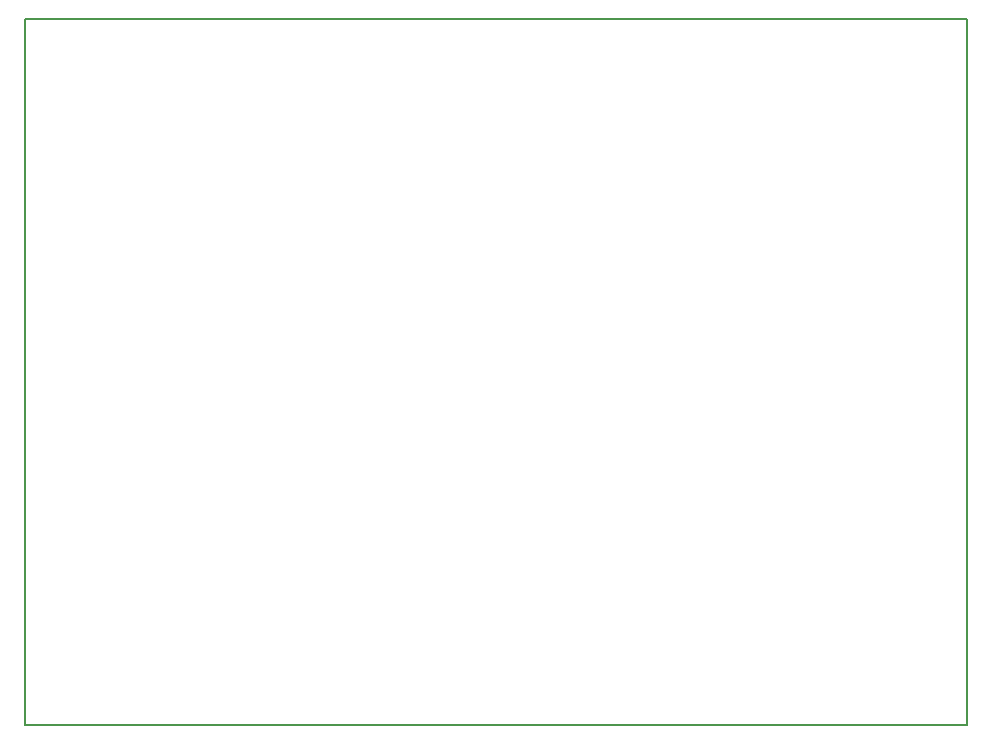
<source format=gm1>
G04 MADE WITH FRITZING*
G04 WWW.FRITZING.ORG*
G04 DOUBLE SIDED*
G04 HOLES PLATED*
G04 CONTOUR ON CENTER OF CONTOUR VECTOR*
%ASAXBY*%
%FSLAX23Y23*%
%MOIN*%
%OFA0B0*%
%SFA1.0B1.0*%
%ADD10R,3.149610X2.362200*%
%ADD11C,0.008000*%
%ADD10C,0.008*%
%LNCONTOUR*%
G90*
G70*
G54D10*
G54D11*
X4Y2358D02*
X3146Y2358D01*
X3146Y4D01*
X4Y4D01*
X4Y2358D01*
D02*
G04 End of contour*
M02*
</source>
